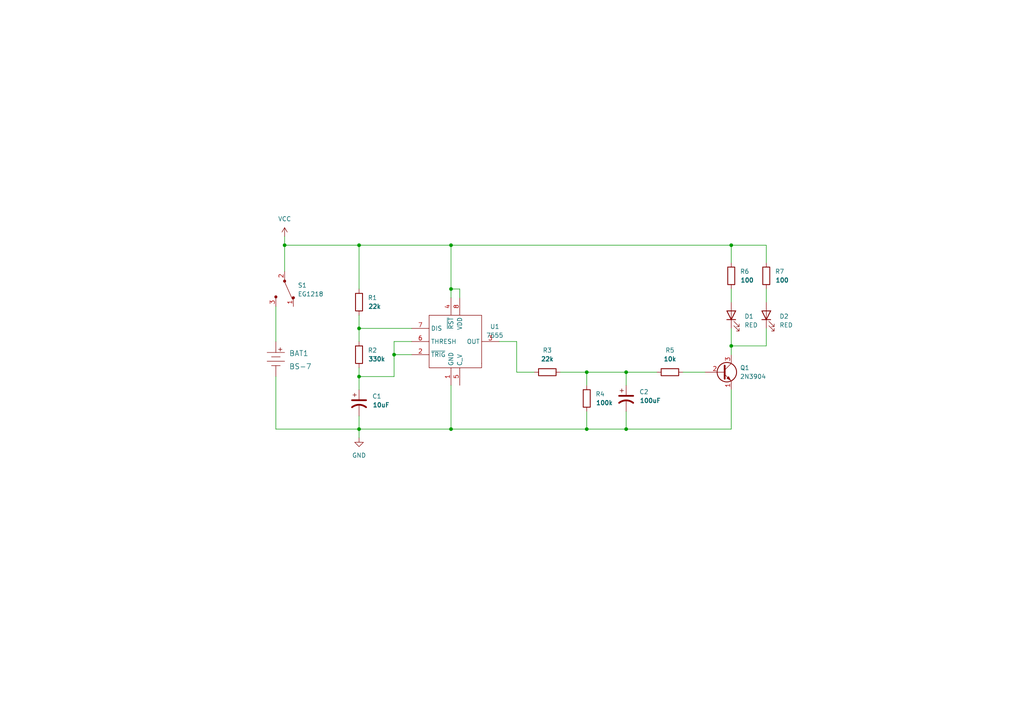
<source format=kicad_sch>
(kicad_sch (version 20211123) (generator eeschema)
  (paper "A4")
  (title_block (title "555 Badge") (date "2022-06-20") (rev "v1") (comment 1 "creativecommons.org/licenses/by/4.0/") (comment 2 "License: CC by 4.0") (comment 3 "Author: Bruno ComCue"))
  (lib_symbols
    (symbol "555_Badge.lib:7555"
      (property "Reference" "U" (at -6.35 8.89 0))
      (property "Value" "7555" (at -5.08 -8.89 0))
      (symbol "7555_0_1"
        (rectangle (start -7.62 7.62) (end 7.62 -7.62))
        (rectangle (start 7.62 -6.35) (end 7.62 -6.35))
        (rectangle (start 7.62 -6.35) (end 7.62 -6.35))
      )
      (symbol "7555_1_1"
        (pin input line (at -1.27 -12.7 90) (length 5.08) (name "GND") (number "1"))
        (pin input line (at -12.7 -3.81 0) (length 5.08) (name "~{TRIG}") (number "2"))
        (pin input line (at 12.7 0 180) (length 5.08) (name "OUT") (number "3"))
        (pin input line (at -1.27 12.7 270) (length 5.08) (name "~{RST}") (number "4"))
        (pin input line (at 1.27 -12.7 90) (length 5.08) (name "C_V") (number "5"))
        (pin input line (at -12.7 0 0) (length 5.08) (name "THRESH") (number "6"))
        (pin input line (at -12.7 3.81 0) (length 5.08) (name "DIS") (number "7"))
        (pin input line (at 1.27 12.7 270) (length 5.08) (name "VDD") (number "8"))
      )
    )
    (symbol "Device:C_Polarized_US" (pin_numbers hide) (pin_names (offset 0.254) hide)
      (property "Reference" "C" (at 0.635 2.54 0))
      (property "Value" "C_Polarized_US" (at 0.635 -2.54 0))
      (symbol "C_Polarized_US_0_1"
        (polyline (pts (xy -2.032 0.762) (xy 2.032 0.762)) (stroke (width 0.508)))
        (polyline (pts (xy -1.778 2.286) (xy -0.762 2.286)))
        (polyline (pts (xy -1.27 1.778) (xy -1.27 2.794)))
        (arc (start 2.032 -1.27) (mid 0 -0.5572) (end -2.032 -1.27) (stroke (width 0.508)))
      )
      (symbol "C_Polarized_US_1_1"
        (pin passive line (at 0 3.81 270) (length 2.794) (name "~") (number "1"))
        (pin passive line (at 0 -3.81 90) (length 3.302) (name "~") (number "2"))
      )
    )
    (symbol "Device:LED" (pin_numbers hide) (pin_names (offset 1.016) hide)
      (property "Reference" "D" (at 0 2.54 0))
      (property "Value" "LED" (at 0 -2.54 0))
      (symbol "LED_0_1"
        (polyline (pts (xy -1.27 -1.27) (xy -1.27 1.27)) (stroke (width 0.254)))
        (polyline (pts (xy -1.27 0) (xy 1.27 0)))
        (polyline (pts (xy 1.27 -1.27) (xy 1.27 1.27) (xy -1.27 0) (xy 1.27 -1.27)) (stroke (width 0.254)))
        (polyline (pts (xy -3.048 -0.762) (xy -4.572 -2.286) (xy -3.81 -2.286) (xy -4.572 -2.286) (xy -4.572 -1.524)))
        (polyline (pts (xy -1.778 -0.762) (xy -3.302 -2.286) (xy -2.54 -2.286) (xy -3.302 -2.286) (xy -3.302 -1.524)))
      )
      (symbol "LED_1_1"
        (pin passive line (at -3.81 0 0) (length 2.54) (name "K") (number "1"))
        (pin passive line (at 3.81 0 180) (length 2.54) (name "A") (number "2"))
      )
    )
    (symbol "Device:R" (pin_numbers hide) (pin_names (offset 0))
      (property "Reference" "R" (at 2.032 0 90))
      (property "Value" "R" (at 0 0 90))
      (symbol "R_0_1"
        (rectangle (start -1.016 -2.54) (end 1.016 2.54) (stroke (width 0.254)))
      )
      (symbol "R_1_1"
        (pin passive line (at 0 3.81 270) (length 1.27) (name "~") (number "1"))
        (pin passive line (at 0 -3.81 90) (length 1.27) (name "~") (number "2"))
      )
    )
    (symbol "Transistor_BJT:2N3904" (pin_names (offset 0) hide)
      (property "Reference" "Q" (at 5.08 1.905 0))
      (property "Value" "2N3904" (at 5.08 0 0))
      (symbol "2N3904_0_1"
        (polyline (pts (xy 0.635 0.635) (xy 2.54 2.54)))
        (polyline (pts (xy 0.635 -0.635) (xy 2.54 -2.54) (xy 2.54 -2.54)))
        (polyline (pts (xy 0.635 1.905) (xy 0.635 -1.905) (xy 0.635 -1.905)) (stroke (width 0.508)))
        (polyline (pts (xy 1.27 -1.778) (xy 1.778 -1.27) (xy 2.286 -2.286) (xy 1.27 -1.778) (xy 1.27 -1.778)) (fill (type outline)))
        (circle (center 1.27 0) (radius 2.8194) (stroke (width 0.254)))
      )
      (symbol "2N3904_1_1"
        (pin passive line (at 2.54 -5.08 90) (length 2.54) (name "E") (number "1"))
        (pin passive line (at -5.08 0 0) (length 5.715) (name "B") (number "2"))
        (pin passive line (at 2.54 5.08 270) (length 2.54) (name "C") (number "3"))
      )
    )
    (symbol "dk_Battery-Holders-Clips-Contacts:BS-7" (pin_numbers hide) (pin_names (offset 1.016))
      (property "Reference" "BAT" (at -1.27 3.81 0))
      (property "Value" "BS-7" (at -1.27 -3.81 0))
      (symbol "BS-7_1_1"
        (polyline (pts (xy 0 -2.54) (xy 0 -1.905)))
        (polyline (pts (xy 0 1.905) (xy 0 2.54)))
        (polyline (pts (xy 1.27 -1.905) (xy -1.27 -1.905)))
        (polyline (pts (xy 1.27 0.635) (xy -1.27 0.635)))
        (polyline (pts (xy 1.27 2.286) (xy 1.27 3.302)))
        (polyline (pts (xy 1.778 2.794) (xy 0.762 2.794)))
        (polyline (pts (xy 2.54 -0.635) (xy -2.54 -0.635)))
        (polyline (pts (xy 2.54 1.905) (xy -2.54 1.905)))
        (pin power_out line (at 0 -5.08 90) (length 2.54) (name "~") (number "Neg"))
        (pin power_out line (at 0 5.08 270) (length 2.54) (name "~") (number "Pos"))
      )
    )
    (symbol "dk_Slide-Switches:EG1218" (pin_names (offset 0))
      (property "Reference" "S" (at -3.81 2.286 0))
      (property "Value" "EG1218" (at 0 -5.334 0))
      (symbol "EG1218_0_1"
        (circle (center -2.286 0) (radius 0.3556) (fill (type outline)))
        (polyline (pts (xy -2.032 0) (xy 3.048 2.286)))
        (circle (center 2.286 -2.54) (radius 0.3556) (fill (type outline)))
        (circle (center 2.54 2.54) (radius 0.3556) (fill (type outline)))
      )
      (symbol "EG1218_1_1"
        (pin passive line (at 5.08 2.54 180) (length 2.54) (name "~") (number "1"))
        (pin passive line (at -5.08 0 0) (length 2.54) (name "~") (number "2"))
        (pin passive line (at 5.08 -2.54 180) (length 2.54) (name "~") (number "3"))
      )
    )
    (symbol "power:GND" (power) (pin_names (offset 0))
      (property "Value" "GND" (at 0 -3.81 0))
      (symbol "GND_0_1"
        (polyline (pts (xy 0 0) (xy 0 -1.27) (xy 1.27 -1.27) (xy 0 -2.54) (xy -1.27 -1.27) (xy 0 -1.27)))
      )
      (symbol "GND_1_1"
        (pin power_in line (at 0 0 270) (length 0) hide (name "GND") (number "1"))
      )
    )
    (symbol "power:VCC" (power) (pin_names (offset 0))
      (property "Value" "VCC" (at 0 3.81 0))
      (symbol "VCC_0_1"
        (polyline (pts (xy -0.762 1.27) (xy 0 2.54)))
        (polyline (pts (xy 0 0) (xy 0 2.54)))
        (polyline (pts (xy 0 2.54) (xy 0.762 1.27)))
      )
      (symbol "VCC_1_1"
        (pin power_in line (at 0 0 90) (length 0) hide (name "VCC") (number "1"))
      )
    )
  )
  (junction (at 104.14 71.12))
  (junction (at 170.18 107.95))
  (junction (at 104.14 95.25))
  (junction (at 170.18 124.46))
  (junction (at 130.81 83.82))
  (junction (at 104.14 109.22))
  (junction (at 212.09 71.12))
  (junction (at 130.81 71.12))
  (junction (at 212.09 100.33))
  (junction (at 181.61 107.95))
  (junction (at 181.61 124.46))
  (junction (at 130.81 124.46))
  (junction (at 82.55 71.12))
  (junction (at 114.3 102.87))
  (junction (at 104.14 124.46))
  (wire (pts (xy 212.09 83.82) (xy 212.09 87.63)))
  (wire (pts (xy 212.09 71.12) (xy 212.09 76.2)))
  (wire (pts (xy 114.3 99.06) (xy 114.3 102.87)))
  (wire (pts (xy 80.01 109.22) (xy 80.01 124.46)))
  (wire (pts (xy 104.14 106.68) (xy 104.14 109.22)))
  (wire (pts (xy 114.3 109.22) (xy 104.14 109.22)))
  (wire (pts (xy 181.61 107.95) (xy 181.61 111.76)))
  (wire (pts (xy 119.38 99.06) (xy 114.3 99.06)))
  (wire (pts (xy 130.81 111.76) (xy 130.81 124.46)))
  (wire (pts (xy 144.78 99.06) (xy 149.86 99.06)))
  (wire (pts (xy 198.12 107.95) (xy 204.47 107.95)))
  (wire (pts (xy 181.61 107.95) (xy 190.5 107.95)))
  (wire (pts (xy 170.18 119.38) (xy 170.18 124.46)))
  (wire (pts (xy 212.09 71.12) (xy 130.81 71.12)))
  (wire (pts (xy 212.09 100.33) (xy 212.09 102.87)))
  (wire (pts (xy 170.18 124.46) (xy 181.61 124.46)))
  (wire (pts (xy 130.81 83.82) (xy 130.81 86.36)))
  (wire (pts (xy 80.01 88.9) (xy 80.01 99.06)))
  (wire (pts (xy 170.18 107.95) (xy 170.18 111.76)))
  (wire (pts (xy 104.14 124.46) (xy 130.81 124.46)))
  (wire (pts (xy 130.81 71.12) (xy 130.81 83.82)))
  (wire (pts (xy 114.3 102.87) (xy 119.38 102.87)))
  (wire (pts (xy 104.14 91.44) (xy 104.14 95.25)))
  (wire (pts (xy 181.61 124.46) (xy 181.61 119.38)))
  (wire (pts (xy 222.25 83.82) (xy 222.25 87.63)))
  (wire (pts (xy 212.09 113.03) (xy 212.09 124.46)))
  (wire (pts (xy 104.14 71.12) (xy 82.55 71.12)))
  (wire (pts (xy 222.25 76.2) (xy 222.25 71.12)))
  (wire (pts (xy 212.09 124.46) (xy 181.61 124.46)))
  (wire (pts (xy 80.01 124.46) (xy 104.14 124.46)))
  (wire (pts (xy 133.35 83.82) (xy 130.81 83.82)))
  (wire (pts (xy 162.56 107.95) (xy 170.18 107.95)))
  (wire (pts (xy 149.86 99.06) (xy 149.86 107.95)))
  (wire (pts (xy 114.3 102.87) (xy 114.3 109.22)))
  (wire (pts (xy 104.14 95.25) (xy 119.38 95.25)))
  (wire (pts (xy 222.25 71.12) (xy 212.09 71.12)))
  (wire (pts (xy 82.55 68.58) (xy 82.55 71.12)))
  (wire (pts (xy 170.18 107.95) (xy 181.61 107.95)))
  (wire (pts (xy 212.09 95.25) (xy 212.09 100.33)))
  (wire (pts (xy 222.25 100.33) (xy 222.25 95.25)))
  (wire (pts (xy 104.14 95.25) (xy 104.14 99.06)))
  (wire (pts (xy 82.55 71.12) (xy 82.55 78.74)))
  (wire (pts (xy 130.81 124.46) (xy 170.18 124.46)))
  (wire (pts (xy 133.35 86.36) (xy 133.35 83.82)))
  (wire (pts (xy 104.14 124.46) (xy 104.14 127)))
  (wire (pts (xy 149.86 107.95) (xy 154.94 107.95)))
  (wire (pts (xy 104.14 120.65) (xy 104.14 124.46)))
  (wire (pts (xy 104.14 109.22) (xy 104.14 113.03)))
  (wire (pts (xy 212.09 100.33) (xy 222.25 100.33)))
  (wire (pts (xy 104.14 71.12) (xy 104.14 83.82)))
  (wire (pts (xy 130.81 71.12) (xy 104.14 71.12)))
  (symbol (lib_id "Device:LED") (at 212.09 91.44 90) (unit 1)
    (property "Reference" "D1" (at 215.9 91.7574 90) (effects (justify right)))
    (property "Value" "RED" (at 215.9 94.2974 90) (effects (justify right)))
    (property "Footprint" "LED_THT:LED_D3.0mm" (effects hide))
  )
  (symbol (lib_id "Device:R") (at 222.25 80.01 0) (unit 1)
    (property "Reference" "R7" (at 224.79 78.7399 0) (effects (justify left)))
    (property "Value" "100" (at 224.79 81.2799 0) (effects (font bold) (justify left)))
    (property "Footprint" "Resistor_THT:R_Axial_DIN0207_L6.3mm_D2.5mm_P7.62mm_Horizontal" (effects hide))
  )
  (symbol (lib_id "Device:R") (at 104.14 102.87 0) (unit 1)
    (property "Reference" "R2" (at 106.68 101.5999 0) (effects (justify left)))
    (property "Value" "330k" (at 106.68 104.1399 0) (effects (font bold) (justify left)))
    (property "Footprint" "Resistor_THT:R_Axial_DIN0207_L6.3mm_D2.5mm_P7.62mm_Horizontal" (effects hide))
  )
  (symbol (lib_id "Device:C_Polarized_US") (at 104.14 116.84 0) (unit 1)
    (property "Reference" "C1" (at 107.95 114.9349 0) (effects (justify left)))
    (property "Value" "10uF" (at 107.95 117.4749 0) (effects (font bold) (justify left)))
    (property "Footprint" "Capacitor_THT:CP_Radial_D5.0mm_P2.00mm" (effects hide))
  )
  (symbol (lib_id "Transistor_BJT:2N3904") (at 209.55 107.95 0) (unit 1)
    (property "Reference" "Q1" (at 214.63 106.6799 0) (effects (justify left)))
    (property "Value" "2N3904" (at 214.63 109.2199 0) (effects (justify left)))
    (property "Footprint" "Package_TO_SOT_THT:TO-92_Inline" (effects hide))
    (property "Datasheet" "https://www.onsemi.com/pub/Collateral/2N3903-D.PDF" (effects hide))
  )
  (symbol (lib_id "power:VCC") (at 82.55 68.58 0) (unit 1)
    (property "Reference" "#PWR01" (effects hide))
    (property "Value" "VCC" (at 82.55 63.5 0))
  )
  (symbol (lib_id "power:GND") (at 104.14 127 0) (unit 1)
    (property "Reference" "#PWR02" (effects hide))
    (property "Value" "GND" (at 104.14 132.08 0))
  )
  (symbol (lib_id "555_Badge.lib:7555") (at 132.08 99.06 0) (unit 1)
    (property "Reference" "U1" (at 143.51 94.7293 0))
    (property "Value" "7555" (at 143.51 97.2693 0))
    (property "Footprint" "555_Badge.lib:ICM7555_PDIP" (effects hide))
  )
  (symbol (lib_id "Device:C_Polarized_US") (at 181.61 115.57 0) (unit 1)
    (property "Reference" "C2" (at 185.42 113.6649 0) (effects (justify left)))
    (property "Value" "100uF" (at 185.42 116.2049 0) (effects (font bold) (justify left)))
    (property "Footprint" "Capacitor_THT:CP_Radial_D6.3mm_P2.50mm" (effects hide))
  )
  (symbol (lib_id "Device:R") (at 170.18 115.57 0) (unit 1)
    (property "Reference" "R4" (at 172.72 114.2999 0) (effects (justify left)))
    (property "Value" "100k" (at 172.72 116.8399 0) (effects (font bold) (justify left)))
    (property "Footprint" "Resistor_THT:R_Axial_DIN0207_L6.3mm_D2.5mm_P7.62mm_Horizontal" (effects hide))
  )
  (symbol (lib_id "Device:R") (at 212.09 80.01 0) (unit 1)
    (property "Reference" "R6" (at 214.63 78.7399 0) (effects (justify left)))
    (property "Value" "100" (at 214.63 81.2799 0) (effects (font bold) (justify left)))
    (property "Footprint" "Resistor_THT:R_Axial_DIN0207_L6.3mm_D2.5mm_P7.62mm_Horizontal" (effects hide))
  )
  (symbol (lib_id "Device:R") (at 104.14 87.63 0) (unit 1)
    (property "Reference" "R1" (at 106.68 86.3599 0) (effects (justify left)))
    (property "Value" "22k" (at 106.68 88.8999 0) (effects (font bold) (justify left)))
    (property "Footprint" "Resistor_THT:R_Axial_DIN0207_L6.3mm_D2.5mm_P7.62mm_Horizontal" (effects hide))
  )
  (symbol (lib_id "Device:R") (at 158.75 107.95 90) (unit 1)
    (property "Reference" "R3" (at 158.75 101.6 90))
    (property "Value" "22k" (at 158.75 104.14 90) (effects (font bold)))
    (property "Footprint" "Resistor_THT:R_Axial_DIN0207_L6.3mm_D2.5mm_P7.62mm_Horizontal" (effects hide))
  )
  (symbol (lib_id "Device:LED") (at 222.25 91.44 90) (unit 1)
    (property "Reference" "D2" (at 226.06 91.7574 90) (effects (justify right)))
    (property "Value" "RED" (at 226.06 94.2974 90) (effects (justify right)))
    (property "Footprint" "LED_THT:LED_D3.0mm" (effects hide))
  )
  (symbol (lib_id "dk_Slide-Switches:EG1218") (at 82.55 83.82 270) (unit 1)
    (property "Reference" "S1" (at 86.36 82.7531 90) (effects (justify left)))
    (property "Value" "EG1218" (at 86.36 85.2931 90) (effects (justify left)))
    (property "Footprint" "digikey-footprints:Switch_Slide_11.6x4mm_EG1218" (effects hide))
    (property "Datasheet" "http://spec_sheets.e-switch.com/specs/P040040.pdf" (effects hide))
    (property "Digi-Key_PN" "EG1903-ND" (effects hide))
    (property "MPN" "EG1218" (effects hide))
    (property "Category" "Switches" (effects hide))
    (property "Family" "Slide Switches" (effects hide))
    (property "DK_Datasheet_Link" "http://spec_sheets.e-switch.com/specs/P040040.pdf" (effects hide))
    (property "DK_Detail_Page" "/product-detail/en/e-switch/EG1218/EG1903-ND/101726" (effects hide))
    (property "Description" "SWITCH SLIDE SPDT 200MA 30V" (effects hide))
    (property "Manufacturer" "E-Switch" (effects hide))
    (property "Status" "Active" (effects hide))
  )
  (symbol (lib_id "dk_Battery-Holders-Clips-Contacts:BS-7") (at 80.01 104.14 0) (unit 1)
    (property "Reference" "BAT1" (at 83.82 102.489 0) (effects (font (size 1.524 1.524)) (justify left)))
    (property "Value" "BS-7" (at 83.82 106.299 0) (effects (font (size 1.524 1.524)) (justify left)))
    (property "Footprint" "digikey-footprints:Battery_Holder_Coin_2032_BS-7" (effects hide))
    (property "Datasheet" "http://www.memoryprotectiondevices.com/datasheets/BS-7-datasheet.pdf" (effects hide))
    (property "Digi-Key_PN" "BS-7-ND" (effects hide))
    (property "MPN" "BS-7" (effects hide))
    (property "Category" "Battery Products" (effects hide))
    (property "Family" "Battery Holders, Clips, Contacts" (effects hide))
    (property "DK_Datasheet_Link" "http://www.memoryprotectiondevices.com/datasheets/BS-7-datasheet.pdf" (effects hide))
    (property "DK_Detail_Page" "/product-detail/en/mpd-memory-protection-devices/BS-7/BS-7-ND/389447" (effects hide))
    (property "Description" "BATTERY HOLDER COIN 20MM PC PIN" (effects hide))
    (property "Manufacturer" "MPD (Memory Protection Devices)" (effects hide))
    (property "Status" "Active" (effects hide))
  )
  (symbol (lib_id "Device:R") (at 194.31 107.95 90) (unit 1)
    (property "Reference" "R5" (at 194.31 101.6 90))
    (property "Value" "10k" (at 194.31 104.14 90) (effects (font bold)))
    (property "Footprint" "Resistor_THT:R_Axial_DIN0207_L6.3mm_D2.5mm_P7.62mm_Horizontal" (effects hide))
  )
)
</source>
